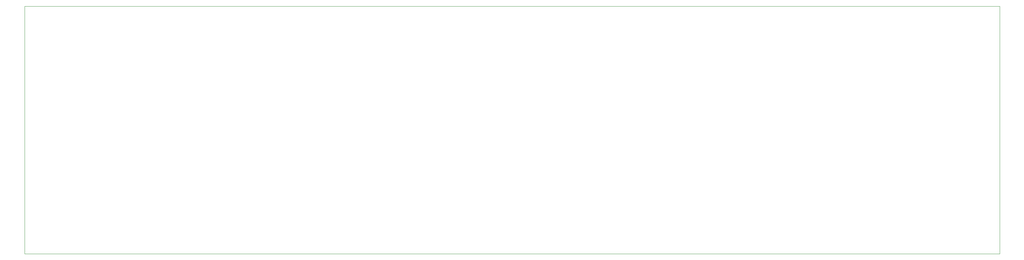
<source format=gbr>
%TF.GenerationSoftware,KiCad,Pcbnew,8.0.6*%
%TF.CreationDate,2026-02-10T22:10:34+01:00*%
%TF.ProjectId,keyboard,6b657962-6f61-4726-942e-6b696361645f,rev?*%
%TF.SameCoordinates,Original*%
%TF.FileFunction,Profile,NP*%
%FSLAX46Y46*%
G04 Gerber Fmt 4.6, Leading zero omitted, Abs format (unit mm)*
G04 Created by KiCad (PCBNEW 8.0.6) date 2026-02-10 22:10:34*
%MOMM*%
%LPD*%
G01*
G04 APERTURE LIST*
%TA.AperFunction,Profile*%
%ADD10C,0.050000*%
%TD*%
G04 APERTURE END LIST*
D10*
X27500000Y-30000000D02*
X279000000Y-30000000D01*
X279000000Y-94000000D01*
X27500000Y-94000000D01*
X27500000Y-30000000D01*
M02*

</source>
